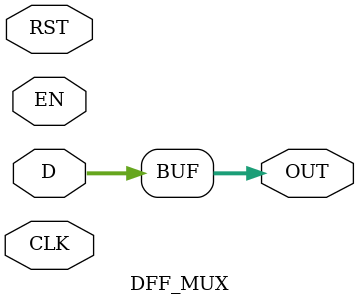
<source format=v>
module DFF_MUX(D,CLK,OUT,RST,EN);
parameter RSTTYPE="SYNC",
          SIZE = 18, 
          SEL = 0;

input CLK,RST,EN;
input [SIZE-1:0] D;
output [SIZE-1:0] OUT;
generate
    if(SEL)begin
        if(RSTTYPE=="SYNC")
            DFF #(SIZE) B0 (.D(D),.Q(OUT),.CLK(CLK),.EN(EN),.RST(RST));
        else if (RSTTYPE=="ASYNC")
            A_DFF #(SIZE) B0 (.D(D),.Q(OUT),.CLK(CLK),.EN(EN),.RST(RST));
    end
    else
         assign OUT=D;
endgenerate
endmodule
</source>
